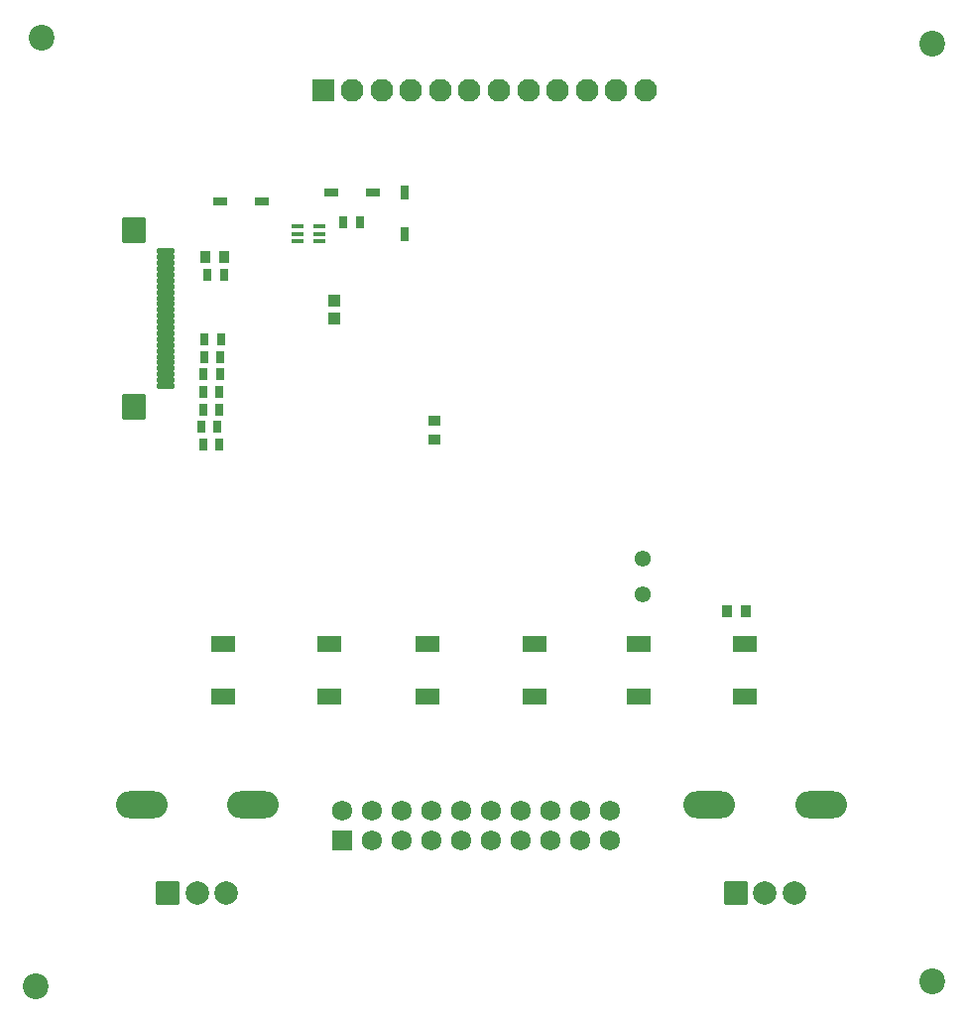
<source format=gbr>
%TF.GenerationSoftware,KiCad,Pcbnew,9.0.6-1.fc43*%
%TF.CreationDate,2025-12-17T22:37:06-05:00*%
%TF.ProjectId,electrical,656c6563-7472-4696-9361-6c2e6b696361,rev?*%
%TF.SameCoordinates,Original*%
%TF.FileFunction,Soldermask,Top*%
%TF.FilePolarity,Negative*%
%FSLAX46Y46*%
G04 Gerber Fmt 4.6, Leading zero omitted, Abs format (unit mm)*
G04 Created by KiCad (PCBNEW 9.0.6-1.fc43) date 2025-12-17 22:37:06*
%MOMM*%
%LPD*%
G01*
G04 APERTURE LIST*
G04 Aperture macros list*
%AMRoundRect*
0 Rectangle with rounded corners*
0 $1 Rounding radius*
0 $2 $3 $4 $5 $6 $7 $8 $9 X,Y pos of 4 corners*
0 Add a 4 corners polygon primitive as box body*
4,1,4,$2,$3,$4,$5,$6,$7,$8,$9,$2,$3,0*
0 Add four circle primitives for the rounded corners*
1,1,$1+$1,$2,$3*
1,1,$1+$1,$4,$5*
1,1,$1+$1,$6,$7*
1,1,$1+$1,$8,$9*
0 Add four rect primitives between the rounded corners*
20,1,$1+$1,$2,$3,$4,$5,0*
20,1,$1+$1,$4,$5,$6,$7,0*
20,1,$1+$1,$6,$7,$8,$9,0*
20,1,$1+$1,$8,$9,$2,$3,0*%
G04 Aperture macros list end*
%ADD10R,0.780000X0.990000*%
%ADD11R,1.150000X0.800000*%
%ADD12R,1.000000X0.450000*%
%ADD13R,1.725000X1.725000*%
%ADD14C,1.725000*%
%ADD15RoundRect,0.100000X-0.650000X0.150000X-0.650000X-0.150000X0.650000X-0.150000X0.650000X0.150000X0*%
%ADD16RoundRect,0.102000X-0.900000X1.000000X-0.900000X-1.000000X0.900000X-1.000000X0.900000X1.000000X0*%
%ADD17RoundRect,0.102000X-0.900000X-0.900000X0.900000X-0.900000X0.900000X0.900000X-0.900000X0.900000X0*%
%ADD18C,2.004000*%
%ADD19O,4.404000X2.304000*%
%ADD20R,1.000000X1.050000*%
%ADD21C,2.200000*%
%ADD22R,2.100000X1.400000*%
%ADD23R,0.900000X1.000000*%
%ADD24R,1.000000X0.900000*%
%ADD25R,0.800000X1.150000*%
%ADD26C,1.381000*%
%ADD27R,1.950000X1.950000*%
%ADD28C,1.950000*%
G04 APERTURE END LIST*
D10*
%TO.C,C14*%
X133050000Y-81250000D03*
X131650000Y-81250000D03*
%TD*%
D11*
%TO.C,D4*%
X145750000Y-74250000D03*
X142250000Y-74250000D03*
%TD*%
D12*
%TO.C,Q1*%
X139300000Y-77100000D03*
X139300000Y-77750000D03*
X139300000Y-78400000D03*
X141200000Y-78400000D03*
X141200000Y-77750000D03*
X141200000Y-77100000D03*
%TD*%
D13*
%TO.C,J1*%
X143180000Y-129500000D03*
D14*
X143180000Y-126960000D03*
X145720000Y-129500000D03*
X145720000Y-126960000D03*
X148260000Y-129500000D03*
X148260000Y-126960000D03*
X150800000Y-129500000D03*
X150800000Y-126960000D03*
X153340000Y-129500000D03*
X153340000Y-126960000D03*
X155880000Y-129500000D03*
X155880000Y-126960000D03*
X158420000Y-129500000D03*
X158420000Y-126960000D03*
X160960000Y-129500000D03*
X160960000Y-126960000D03*
X163500000Y-129500000D03*
X163500000Y-126960000D03*
X166040000Y-129500000D03*
X166040000Y-126960000D03*
%TD*%
D15*
%TO.C,J2*%
X128100000Y-79250000D03*
X128100000Y-79750000D03*
X128100000Y-80250000D03*
X128100000Y-80750000D03*
X128100000Y-81250000D03*
X128100000Y-81750000D03*
X128100000Y-82250000D03*
X128100000Y-82750000D03*
X128100000Y-83250000D03*
X128100000Y-83750000D03*
X128100000Y-84250000D03*
X128100000Y-84750000D03*
X128100000Y-85250000D03*
X128100000Y-85750000D03*
X128100000Y-86250000D03*
X128100000Y-86750000D03*
X128100000Y-87250000D03*
X128100000Y-87750000D03*
X128100000Y-88250000D03*
X128100000Y-88750000D03*
X128100000Y-89250000D03*
X128100000Y-89750000D03*
X128100000Y-90250000D03*
X128100000Y-90750000D03*
D16*
X125350000Y-77450000D03*
X125350000Y-92550000D03*
%TD*%
D17*
%TO.C,RV1*%
X128250000Y-133975000D03*
D18*
X130750000Y-133975000D03*
X133250000Y-133975000D03*
D19*
X126000000Y-126475000D03*
X135500000Y-126475000D03*
%TD*%
D17*
%TO.C,RV2*%
X176750000Y-134000000D03*
D18*
X179250000Y-134000000D03*
X181750000Y-134000000D03*
D19*
X174500000Y-126500000D03*
X184000000Y-126500000D03*
%TD*%
D10*
%TO.C,C15*%
X132800000Y-86750000D03*
X131400000Y-86750000D03*
%TD*%
%TO.C,C20*%
X132650000Y-91250000D03*
X131250000Y-91250000D03*
%TD*%
D20*
%TO.C,L1*%
X142500000Y-83500000D03*
X142500000Y-85000000D03*
%TD*%
D11*
%TO.C,D2*%
X132750000Y-75000000D03*
X136250000Y-75000000D03*
%TD*%
D21*
%TO.C,H3*%
X193500000Y-61500000D03*
%TD*%
D10*
%TO.C,C17*%
X132700000Y-89750000D03*
X131300000Y-89750000D03*
%TD*%
D22*
%TO.C,SW4*%
X168450000Y-117250000D03*
X177550000Y-117250000D03*
X168450000Y-112750000D03*
X177550000Y-112750000D03*
%TD*%
D10*
%TO.C,C13*%
X131250000Y-95750000D03*
X132650000Y-95750000D03*
%TD*%
%TO.C,C19*%
X131100000Y-94250000D03*
X132500000Y-94250000D03*
%TD*%
D23*
%TO.C,R12*%
X131450000Y-79750000D03*
X133050000Y-79750000D03*
%TD*%
D24*
%TO.C,R6*%
X151000000Y-95300000D03*
X151000000Y-93700000D03*
%TD*%
D21*
%TO.C,H4*%
X193500000Y-141500000D03*
%TD*%
D22*
%TO.C,SW1*%
X150450000Y-117250000D03*
X159550000Y-117250000D03*
X150450000Y-112750000D03*
X159550000Y-112750000D03*
%TD*%
D21*
%TO.C,H1*%
X117500000Y-61000000D03*
%TD*%
D10*
%TO.C,C16*%
X132750000Y-88250000D03*
X131350000Y-88250000D03*
%TD*%
D22*
%TO.C,SW3*%
X132950000Y-117250000D03*
X142050000Y-117250000D03*
X132950000Y-112750000D03*
X142050000Y-112750000D03*
%TD*%
D10*
%TO.C,C12*%
X131250000Y-92750000D03*
X132650000Y-92750000D03*
%TD*%
%TO.C,C18*%
X143250000Y-76750000D03*
X144650000Y-76750000D03*
%TD*%
D25*
%TO.C,D3*%
X148500000Y-77750000D03*
X148500000Y-74250000D03*
%TD*%
D23*
%TO.C,R8*%
X177600000Y-110000000D03*
X176000000Y-110000000D03*
%TD*%
D21*
%TO.C,H2*%
X117000000Y-142000000D03*
%TD*%
D26*
%TO.C,SW2*%
X168800000Y-105500000D03*
X168800000Y-108500000D03*
%TD*%
D27*
%TO.C,IC2*%
X141520000Y-65530000D03*
D28*
X144020000Y-65530000D03*
X146520000Y-65530000D03*
X149020000Y-65530000D03*
X151520000Y-65530000D03*
X154020000Y-65530000D03*
X156520000Y-65530000D03*
X159020000Y-65530000D03*
X161520000Y-65530000D03*
X164020000Y-65530000D03*
X166520000Y-65530000D03*
X169020000Y-65530000D03*
%TD*%
M02*

</source>
